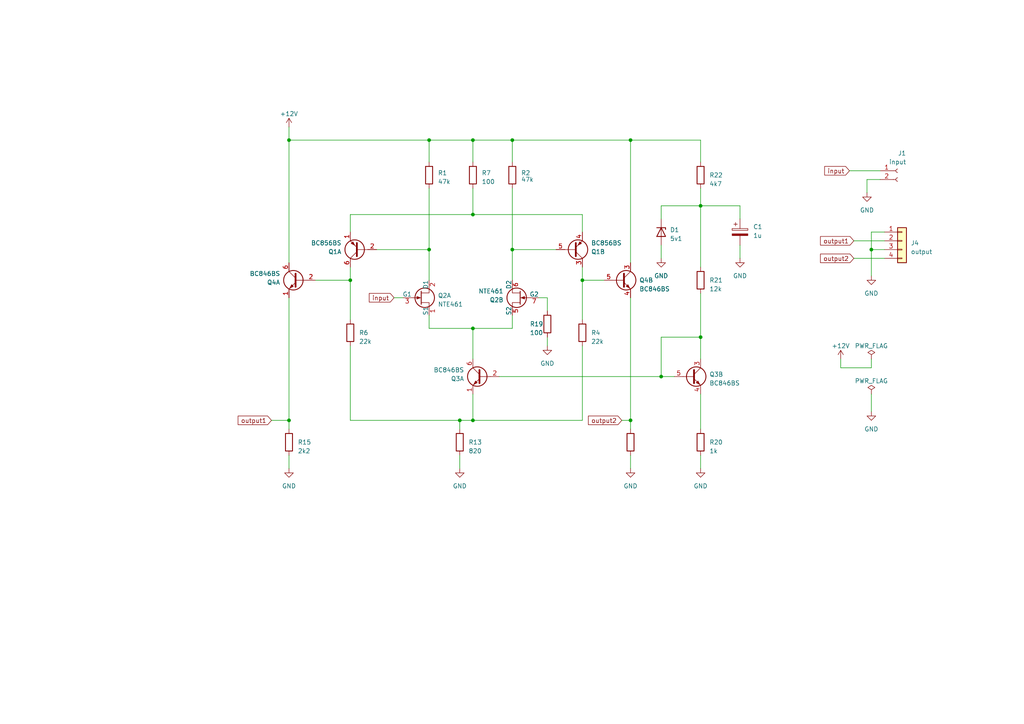
<source format=kicad_sch>
(kicad_sch (version 20230121) (generator eeschema)
  (paper "A4")
  (title_block (title "discreet geophone amplifier") (date "2023-09-10") (rev "1") (comment 1 "based on https://www.circuitlab.com/circuit/z28snu/geophone-amplifier/"))
  (lib_symbols
    (symbol "Connector:Conn_01x02_Socket" (pin_names (offset 1.016) hide)
      (property "Reference" "J" (at 0 2.54 0))
      (property "Value" "Conn_01x02_Socket" (at 0 -5.08 0))
      (symbol "Conn_01x02_Socket_1_1"
        (arc (start 0 -2.032) (mid -0.5058 -2.54) (end 0 -3.048) (stroke (width 0.1524)))
        (polyline (pts (xy -1.27 -2.54) (xy -0.508 -2.54)) (stroke (width 0.1524)))
        (polyline (pts (xy -1.27 0) (xy -0.508 0)) (stroke (width 0.1524)))
        (arc (start 0 0.508) (mid -0.5058 0) (end 0 -0.508) (stroke (width 0.1524)))
        (pin passive line (at -5.08 0 0) (length 3.81) (name "Pin_1") (number "1"))
        (pin passive line (at -5.08 -2.54 0) (length 3.81) (name "Pin_2") (number "2"))
      )
    )
    (symbol "Connector_Generic:Conn_01x04" (pin_names (offset 1.016) hide)
      (property "Reference" "J" (at 0 5.08 0))
      (property "Value" "Conn_01x04" (at 0 -7.62 0))
      (symbol "Conn_01x04_1_1"
        (rectangle (start -1.27 -4.953) (end 0 -5.207) (stroke (width 0.1524)))
        (rectangle (start -1.27 -2.413) (end 0 -2.667) (stroke (width 0.1524)))
        (rectangle (start -1.27 0.127) (end 0 -0.127) (stroke (width 0.1524)))
        (rectangle (start -1.27 2.667) (end 0 2.413) (stroke (width 0.1524)))
        (rectangle (start -1.27 3.81) (end 1.27 -6.35) (stroke (width 0.254)) (fill (type background)))
        (pin passive line (at -5.08 2.54 0) (length 3.81) (name "Pin_1") (number "1"))
        (pin passive line (at -5.08 0 0) (length 3.81) (name "Pin_2") (number "2"))
        (pin passive line (at -5.08 -2.54 0) (length 3.81) (name "Pin_3") (number "3"))
        (pin passive line (at -5.08 -5.08 0) (length 3.81) (name "Pin_4") (number "4"))
      )
    )
    (symbol "Device:C_Polarized" (pin_numbers hide) (pin_names (offset 0.254))
      (property "Reference" "C" (at 0.635 2.54 0))
      (property "Value" "C_Polarized" (at 0.635 -2.54 0))
      (symbol "C_Polarized_0_1"
        (rectangle (start -2.286 0.508) (end 2.286 1.016))
        (polyline (pts (xy -1.778 2.286) (xy -0.762 2.286)))
        (polyline (pts (xy -1.27 2.794) (xy -1.27 1.778)))
        (rectangle (start 2.286 -0.508) (end -2.286 -1.016) (fill (type outline)))
      )
      (symbol "C_Polarized_1_1"
        (pin passive line (at 0 3.81 270) (length 2.794) (name "~") (number "1"))
        (pin passive line (at 0 -3.81 90) (length 2.794) (name "~") (number "2"))
      )
    )
    (symbol "Device:D_Zener" (pin_numbers hide) (pin_names (offset 1.016) hide)
      (property "Reference" "D" (at 0 2.54 0))
      (property "Value" "D_Zener" (at 0 -2.54 0))
      (symbol "D_Zener_0_1"
        (polyline (pts (xy 1.27 0) (xy -1.27 0)))
        (polyline (pts (xy -1.27 -1.27) (xy -1.27 1.27) (xy -0.762 1.27)) (stroke (width 0.254)))
        (polyline (pts (xy 1.27 -1.27) (xy 1.27 1.27) (xy -1.27 0) (xy 1.27 -1.27)) (stroke (width 0.254)))
      )
      (symbol "D_Zener_1_1"
        (pin passive line (at -3.81 0 0) (length 2.54) (name "K") (number "1"))
        (pin passive line (at 3.81 0 180) (length 2.54) (name "A") (number "2"))
      )
    )
    (symbol "Device:R" (pin_numbers hide) (pin_names (offset 0))
      (property "Reference" "R" (at 2.032 0 90))
      (property "Value" "R" (at 0 0 90))
      (symbol "R_0_1"
        (rectangle (start -1.016 -2.54) (end 1.016 2.54) (stroke (width 0.254)))
      )
      (symbol "R_1_1"
        (pin passive line (at 0 3.81 270) (length 1.27) (name "~") (number "1"))
        (pin passive line (at 0 -3.81 90) (length 1.27) (name "~") (number "2"))
      )
    )
    (symbol "Transistor_BJT:BC846BS" (pin_names (offset 0) hide)
      (property "Reference" "Q" (at 5.08 1.27 0))
      (property "Value" "BC846BS" (at 5.08 -1.27 0))
      (symbol "BC846BS_0_1"
        (polyline (pts (xy 0.635 0) (xy -2.54 0)))
        (polyline (pts (xy 0.635 0.635) (xy 2.54 2.54)))
        (polyline (pts (xy 0.635 -0.635) (xy 2.54 -2.54) (xy 2.54 -2.54)))
        (polyline (pts (xy 0.635 1.905) (xy 0.635 -1.905) (xy 0.635 -1.905)) (stroke (width 0.508)))
        (polyline (pts (xy 1.27 -1.778) (xy 1.778 -1.27) (xy 2.286 -2.286) (xy 1.27 -1.778) (xy 1.27 -1.778)) (fill (type outline)))
        (circle (center 1.27 0) (radius 2.8194) (stroke (width 0.254)))
      )
      (symbol "BC846BS_1_1"
        (pin passive line (at 2.54 -5.08 90) (length 2.54) (name "E1") (number "1"))
        (pin input line (at -5.08 0 0) (length 2.54) (name "B1") (number "2"))
        (pin passive line (at 2.54 5.08 270) (length 2.54) (name "C1") (number "6"))
      )
      (symbol "BC846BS_2_1"
        (pin passive line (at 2.54 5.08 270) (length 2.54) (name "C2") (number "3"))
        (pin passive line (at 2.54 -5.08 90) (length 2.54) (name "E2") (number "4"))
        (pin input line (at -5.08 0 0) (length 2.54) (name "B2") (number "5"))
      )
    )
    (symbol "Transistor_BJT:BC856BS" (pin_names (offset 0) hide)
      (property "Reference" "Q" (at 5.08 1.27 0))
      (property "Value" "BC856BS" (at 5.08 -1.27 0))
      (symbol "BC856BS_0_1"
        (polyline (pts (xy 0.635 0) (xy -2.54 0)))
        (polyline (pts (xy 0.635 0.635) (xy 2.54 2.54)))
        (polyline (pts (xy 0.635 -0.635) (xy 2.54 -2.54) (xy 2.54 -2.54)))
        (polyline (pts (xy 0.635 1.905) (xy 0.635 -1.905) (xy 0.635 -1.905)) (stroke (width 0.508)))
        (polyline (pts (xy 2.286 -1.778) (xy 1.778 -2.286) (xy 1.27 -1.27) (xy 2.286 -1.778) (xy 2.286 -1.778)) (fill (type outline)))
        (circle (center 1.27 0) (radius 2.8194) (stroke (width 0.254)))
      )
      (symbol "BC856BS_1_1"
        (pin passive line (at 2.54 -5.08 90) (length 2.54) (name "E1") (number "1"))
        (pin input line (at -5.08 0 0) (length 2.54) (name "B1") (number "2"))
        (pin passive line (at 2.54 5.08 270) (length 2.54) (name "C1") (number "6"))
      )
      (symbol "BC856BS_2_1"
        (pin passive line (at 2.54 5.08 270) (length 2.54) (name "C2") (number "3"))
        (pin passive line (at 2.54 -5.08 90) (length 2.54) (name "E2") (number "4"))
        (pin input line (at -5.08 0 0) (length 2.54) (name "B2") (number "5"))
      )
    )
    (symbol "pff_discrete_semi:NTE461" (pin_names (offset 0))
      (property "Reference" "Q" (at 6.35 -3.81 0))
      (property "Value" "NTE461" (at 8.89 -1.27 0))
      (symbol "NTE461_0_1"
        (polyline (pts (xy -1.016 0) (xy -3.81 0)))
        (polyline (pts (xy -1.016 1.905) (xy -1.016 -1.905)) (stroke (width 0.254)))
        (polyline (pts (xy 1.27 -2.54) (xy 1.27 -1.397) (xy -1.016 -1.397)))
        (polyline (pts (xy 1.27 2.54) (xy 1.27 1.397) (xy -1.016 1.397)))
        (polyline (pts (xy -1.27 0) (xy -2.286 0.381) (xy -2.286 -0.381) (xy -1.27 0)) (fill (type outline)))
        (circle (center 0 0) (radius 2.8194) (stroke (width 0.254)))
      )
      (symbol "NTE461_1_1"
        (pin passive line (at 1.27 -5.08 90) (length 2.54) (name "S1") (number "1"))
        (pin passive line (at 1.27 5.08 270) (length 2.54) (name "D1") (number "2"))
        (pin input line (at -6.35 0 0) (length 2.54) (name "G1") (number "3"))
      )
      (symbol "NTE461_2_1"
        (pin passive line (at 1.27 -5.08 90) (length 2.54) (name "S2") (number "5"))
        (pin passive line (at 1.27 5.08 270) (length 2.54) (name "D2") (number "6"))
        (pin input line (at -6.35 0 0) (length 2.54) (name "G2") (number "7"))
      )
    )
    (symbol "power:+12V" (power) (pin_names (offset 0))
      (property "Value" "+12V" (at 0 3.556 0))
      (symbol "+12V_0_1"
        (polyline (pts (xy -0.762 1.27) (xy 0 2.54)))
        (polyline (pts (xy 0 0) (xy 0 2.54)))
        (polyline (pts (xy 0 2.54) (xy 0.762 1.27)))
      )
      (symbol "+12V_1_1"
        (pin power_in line (at 0 0 90) (length 0) hide (name "+12V") (number "1"))
      )
    )
    (symbol "power:GND" (power) (pin_names (offset 0))
      (property "Value" "GND" (at 0 -3.81 0))
      (symbol "GND_0_1"
        (polyline (pts (xy 0 0) (xy 0 -1.27) (xy 1.27 -1.27) (xy 0 -2.54) (xy -1.27 -1.27) (xy 0 -1.27)))
      )
      (symbol "GND_1_1"
        (pin power_in line (at 0 0 270) (length 0) hide (name "GND") (number "1"))
      )
    )
    (symbol "power:PWR_FLAG" (power) (pin_numbers hide) (pin_names (offset 0) hide)
      (property "Value" "PWR_FLAG" (at 0 3.81 0))
      (symbol "PWR_FLAG_0_0"
        (pin power_out line (at 0 0 90) (length 0) (name "pwr") (number "1"))
      )
      (symbol "PWR_FLAG_0_1"
        (polyline (pts (xy 0 0) (xy 0 1.27) (xy -1.016 1.905) (xy 0 2.54) (xy 1.016 1.905) (xy 0 1.27)))
      )
    )
  )
  (junction (at 182.88 121.92))
  (junction (at 83.82 121.92))
  (junction (at 168.91 81.28))
  (junction (at 124.46 72.39))
  (junction (at 252.73 72.39))
  (junction (at 101.6 81.28))
  (junction (at 133.35 121.92))
  (junction (at 203.2 97.79))
  (junction (at 137.16 121.92))
  (junction (at 83.82 40.64))
  (junction (at 148.59 72.39))
  (junction (at 137.16 40.64))
  (junction (at 203.2 59.69))
  (junction (at 182.88 40.64))
  (junction (at 191.77 109.22))
  (junction (at 148.59 40.64))
  (junction (at 124.46 40.64))
  (junction (at 137.16 95.25))
  (junction (at 137.16 62.23))
  (wire (pts (xy 83.82 132.08) (xy 83.82 135.89)))
  (wire (pts (xy 148.59 54.61) (xy 148.59 72.39)))
  (wire (pts (xy 101.6 121.92) (xy 133.35 121.92)))
  (wire (pts (xy 101.6 67.31) (xy 101.6 62.23)))
  (wire (pts (xy 101.6 77.47) (xy 101.6 81.28)))
  (wire (pts (xy 78.74 121.92) (xy 83.82 121.92)))
  (wire (pts (xy 109.22 72.39) (xy 124.46 72.39)))
  (wire (pts (xy 243.84 106.68) (xy 252.73 106.68)))
  (wire (pts (xy 214.63 71.12) (xy 214.63 74.93)))
  (wire (pts (xy 144.78 109.22) (xy 191.77 109.22)))
  (wire (pts (xy 168.91 81.28) (xy 168.91 92.71)))
  (wire (pts (xy 251.46 52.07) (xy 251.46 55.88)))
  (wire (pts (xy 203.2 59.69) (xy 214.63 59.69)))
  (wire (pts (xy 137.16 121.92) (xy 133.35 121.92)))
  (wire (pts (xy 137.16 114.3) (xy 137.16 121.92)))
  (wire (pts (xy 114.3 86.36) (xy 116.84 86.36)))
  (wire (pts (xy 137.16 95.25) (xy 137.16 104.14)))
  (wire (pts (xy 83.82 76.2) (xy 83.82 40.64)))
  (wire (pts (xy 182.88 132.08) (xy 182.88 135.89)))
  (wire (pts (xy 148.59 72.39) (xy 148.59 81.28)))
  (wire (pts (xy 252.73 72.39) (xy 252.73 80.01)))
  (wire (pts (xy 252.73 114.3) (xy 252.73 119.38)))
  (wire (pts (xy 191.77 109.22) (xy 191.77 97.79)))
  (wire (pts (xy 124.46 54.61) (xy 124.46 72.39)))
  (wire (pts (xy 101.6 100.33) (xy 101.6 121.92)))
  (wire (pts (xy 168.91 62.23) (xy 168.91 67.31)))
  (wire (pts (xy 101.6 62.23) (xy 137.16 62.23)))
  (wire (pts (xy 246.38 49.53) (xy 255.27 49.53)))
  (wire (pts (xy 180.34 121.92) (xy 182.88 121.92)))
  (wire (pts (xy 148.59 40.64) (xy 182.88 40.64)))
  (wire (pts (xy 168.91 81.28) (xy 175.26 81.28)))
  (wire (pts (xy 182.88 121.92) (xy 182.88 124.46)))
  (wire (pts (xy 101.6 81.28) (xy 101.6 92.71)))
  (wire (pts (xy 203.2 97.79) (xy 203.2 104.14)))
  (wire (pts (xy 252.73 67.31) (xy 252.73 72.39)))
  (wire (pts (xy 137.16 62.23) (xy 168.91 62.23)))
  (wire (pts (xy 203.2 114.3) (xy 203.2 124.46)))
  (wire (pts (xy 203.2 132.08) (xy 203.2 135.89)))
  (wire (pts (xy 203.2 40.64) (xy 203.2 46.99)))
  (wire (pts (xy 83.82 86.36) (xy 83.82 121.92)))
  (wire (pts (xy 91.44 81.28) (xy 101.6 81.28)))
  (wire (pts (xy 158.75 86.36) (xy 158.75 90.17)))
  (wire (pts (xy 247.65 69.85) (xy 256.54 69.85)))
  (wire (pts (xy 256.54 67.31) (xy 252.73 67.31)))
  (wire (pts (xy 255.27 52.07) (xy 251.46 52.07)))
  (wire (pts (xy 191.77 71.12) (xy 191.77 74.93)))
  (wire (pts (xy 148.59 95.25) (xy 148.59 91.44)))
  (wire (pts (xy 148.59 40.64) (xy 148.59 46.99)))
  (wire (pts (xy 168.91 77.47) (xy 168.91 81.28)))
  (wire (pts (xy 168.91 121.92) (xy 137.16 121.92)))
  (wire (pts (xy 247.65 74.93) (xy 256.54 74.93)))
  (wire (pts (xy 124.46 91.44) (xy 124.46 95.25)))
  (wire (pts (xy 156.21 86.36) (xy 158.75 86.36)))
  (wire (pts (xy 191.77 97.79) (xy 203.2 97.79)))
  (wire (pts (xy 203.2 59.69) (xy 203.2 77.47)))
  (wire (pts (xy 158.75 97.79) (xy 158.75 100.33)))
  (wire (pts (xy 191.77 59.69) (xy 191.77 63.5)))
  (wire (pts (xy 133.35 132.08) (xy 133.35 135.89)))
  (wire (pts (xy 182.88 40.64) (xy 182.88 76.2)))
  (wire (pts (xy 214.63 59.69) (xy 214.63 63.5)))
  (wire (pts (xy 83.82 121.92) (xy 83.82 124.46)))
  (wire (pts (xy 83.82 40.64) (xy 124.46 40.64)))
  (wire (pts (xy 124.46 46.99) (xy 124.46 40.64)))
  (wire (pts (xy 182.88 86.36) (xy 182.88 121.92)))
  (wire (pts (xy 124.46 72.39) (xy 124.46 81.28)))
  (wire (pts (xy 133.35 121.92) (xy 133.35 124.46)))
  (wire (pts (xy 148.59 72.39) (xy 161.29 72.39)))
  (wire (pts (xy 137.16 54.61) (xy 137.16 62.23)))
  (wire (pts (xy 203.2 59.69) (xy 191.77 59.69)))
  (wire (pts (xy 252.73 106.68) (xy 252.73 104.14)))
  (wire (pts (xy 124.46 40.64) (xy 137.16 40.64)))
  (wire (pts (xy 203.2 97.79) (xy 203.2 85.09)))
  (wire (pts (xy 203.2 54.61) (xy 203.2 59.69)))
  (wire (pts (xy 252.73 72.39) (xy 256.54 72.39)))
  (wire (pts (xy 168.91 100.33) (xy 168.91 121.92)))
  (wire (pts (xy 137.16 95.25) (xy 148.59 95.25)))
  (wire (pts (xy 243.84 104.14) (xy 243.84 106.68)))
  (wire (pts (xy 137.16 40.64) (xy 137.16 46.99)))
  (wire (pts (xy 191.77 109.22) (xy 195.58 109.22)))
  (wire (pts (xy 137.16 40.64) (xy 148.59 40.64)))
  (wire (pts (xy 83.82 36.83) (xy 83.82 40.64)))
  (wire (pts (xy 182.88 40.64) (xy 203.2 40.64)))
  (wire (pts (xy 124.46 95.25) (xy 137.16 95.25)))
  (global_label "output2" (shape input) (at 247.65 74.93 180) (property "Intersheetrefs" "${INTERSHEET_REFS}" (effects hide)))
  (global_label "output1" (shape input) (at 247.65 69.85 180) (property "Intersheetrefs" "${INTERSHEET_REFS}" (effects hide)))
  (global_label "input" (shape input) (at 246.38 49.53 180) (property "Intersheetrefs" "${INTERSHEET_REFS}" (effects hide)))
  (global_label "output1" (shape input) (at 78.74 121.92 180) (property "Intersheetrefs" "${INTERSHEET_REFS}" (effects hide)))
  (global_label "input" (shape input) (at 114.3 86.36 180) (property "Intersheetrefs" "${INTERSHEET_REFS}" (effects hide)))
  (global_label "output2" (shape input) (at 180.34 121.92 180) (property "Intersheetrefs" "${INTERSHEET_REFS}" (effects hide)))
  (symbol (lib_id "Device:R") (at 168.91 96.52 0) (unit 1)
    (property "Reference" "R4" (at 171.45 96.52 0) (effects (justify left)))
    (property "Value" "22k" (at 171.45 99.06 0) (effects (justify left)))
    (property "Footprint" "Resistor_SMD:R_0805_2012Metric_Pad1.20x1.40mm_HandSolder" (effects hide))
  )
  (symbol (lib_id "Transistor_BJT:BC846BS") (at 139.7 109.22 0) (mirror y) (unit 1)
    (property "Reference" "Q3" (at 134.62 109.855 0) (effects (justify left)))
    (property "Value" "BC846BS" (at 134.62 107.315 0) (effects (justify left)))
    (property "Footprint" "Package_TO_SOT_SMD:SOT-363_SC-70-6" (effects hide))
    (property "Datasheet" "https://assets.nexperia.com/documents/data-sheet/BC846BS.pdf" (effects hide))
  )
  (symbol (lib_id "Device:C_Polarized") (at 214.63 67.31 0) (unit 1)
    (property "Reference" "C1" (at 218.44 65.786 0) (effects (justify left)))
    (property "Value" "1u" (at 218.44 68.326 0) (effects (justify left)))
  )
  (symbol (lib_id "power:GND") (at 214.63 74.93 0) (unit 1)
    (property "Reference" "#PWR09" (effects hide))
    (property "Value" "GND" (at 214.63 80.01 0))
  )
  (symbol (lib_id "power:GND") (at 133.35 135.89 0) (unit 1)
    (property "Reference" "#PWR04" (effects hide))
    (property "Value" "GND" (at 133.35 140.97 0))
  )
  (symbol (lib_id "pff_discrete_semi:NTE461") (at 149.86 86.36 0) (mirror y) (unit 2)
    (property "Reference" "Q2" (at 146.05 86.995 0) (effects (justify left)))
    (property "Value" "NTE461" (at 146.05 84.455 0) (effects (justify left)))
    (property "Datasheet" "https://www.nteinc.com/specs/400to499/pdf/nte461.pdf" (effects hide))
  )
  (symbol (lib_id "power:GND") (at 191.77 74.93 0) (unit 1)
    (property "Reference" "#PWR08" (effects hide))
    (property "Value" "GND" (at 191.77 80.01 0))
  )
  (symbol (lib_id "Transistor_BJT:BC846BS") (at 86.36 81.28 0) (mirror y) (unit 1)
    (property "Reference" "Q4" (at 81.28 81.915 0) (effects (justify left)))
    (property "Value" "BC846BS" (at 81.28 79.375 0) (effects (justify left)))
    (property "Footprint" "Package_TO_SOT_SMD:SOT-363_SC-70-6" (effects hide))
    (property "Datasheet" "https://assets.nexperia.com/documents/data-sheet/BC846BS.pdf" (effects hide))
  )
  (symbol (lib_id "Device:R") (at 182.88 128.27 0) (unit 1)
    (property "Reference" "R18" (effects hide))
    (property "Value" "2k2" (effects hide))
    (property "Footprint" "Resistor_SMD:R_0805_2012Metric_Pad1.20x1.40mm_HandSolder" (effects hide))
  )
  (symbol (lib_id "Device:R") (at 158.75 93.98 0) (unit 1)
    (property "Reference" "R19" (at 153.67 93.98 0) (effects (justify left)))
    (property "Value" "100" (at 153.67 96.52 0) (effects (justify left)))
    (property "Footprint" "Resistor_SMD:R_0805_2012Metric_Pad1.20x1.40mm_HandSolder" (effects hide))
  )
  (symbol (lib_id "power:PWR_FLAG") (at 252.73 104.14 0) (unit 1)
    (property "Reference" "#FLG01" (effects hide))
    (property "Value" "PWR_FLAG" (at 252.73 100.33 0))
  )
  (symbol (lib_id "power:GND") (at 158.75 100.33 0) (unit 1)
    (property "Reference" "#PWR01" (effects hide))
    (property "Value" "GND" (at 158.75 105.41 0))
  )
  (symbol (lib_id "Transistor_BJT:BC856BS") (at 104.14 72.39 180) (unit 1)
    (property "Reference" "Q1" (at 99.06 73.025 0) (effects (justify left)))
    (property "Value" "BC856BS" (at 99.06 70.485 0) (effects (justify left)))
    (property "Footprint" "Package_TO_SOT_SMD:SOT-363_SC-70-6" (effects hide))
    (property "Datasheet" "https://assets.nexperia.com/documents/data-sheet/BC856BS.pdf" (effects hide))
  )
  (symbol (lib_id "Device:R") (at 83.82 128.27 0) (unit 1)
    (property "Reference" "R15" (at 86.36 128.27 0) (effects (justify left)))
    (property "Value" "2k2" (at 86.36 130.81 0) (effects (justify left)))
    (property "Footprint" "Resistor_SMD:R_0805_2012Metric_Pad1.20x1.40mm_HandSolder" (effects hide))
  )
  (symbol (lib_id "Device:R") (at 203.2 128.27 0) (unit 1)
    (property "Reference" "R20" (at 205.74 128.27 0) (effects (justify left)))
    (property "Value" "1k" (at 205.74 130.81 0) (effects (justify left)))
    (property "Footprint" "Resistor_SMD:R_0805_2012Metric_Pad1.20x1.40mm_HandSolder" (effects hide))
  )
  (symbol (lib_id "Transistor_BJT:BC846BS") (at 200.66 109.22 0) (unit 2)
    (property "Reference" "Q3" (at 205.74 108.585 0) (effects (justify left)))
    (property "Value" "BC846BS" (at 205.74 111.125 0) (effects (justify left)))
    (property "Footprint" "Package_TO_SOT_SMD:SOT-363_SC-70-6" (effects hide))
    (property "Datasheet" "https://assets.nexperia.com/documents/data-sheet/BC846BS.pdf" (effects hide))
  )
  (symbol (lib_id "Transistor_BJT:BC856BS") (at 166.37 72.39 0) (mirror x) (unit 2)
    (property "Reference" "Q1" (at 171.45 73.025 0) (effects (justify left)))
    (property "Value" "BC856BS" (at 171.45 70.485 0) (effects (justify left)))
    (property "Footprint" "Package_TO_SOT_SMD:SOT-363_SC-70-6" (effects hide))
    (property "Datasheet" "https://assets.nexperia.com/documents/data-sheet/BC856BS.pdf" (effects hide))
  )
  (symbol (lib_id "power:GND") (at 83.82 135.89 0) (unit 1)
    (property "Reference" "#PWR05" (effects hide))
    (property "Value" "GND" (at 83.82 140.97 0))
  )
  (symbol (lib_id "Device:R") (at 101.6 96.52 0) (unit 1)
    (property "Reference" "R6" (at 104.14 96.52 0) (effects (justify left)))
    (property "Value" "22k" (at 104.14 99.06 0) (effects (justify left)))
    (property "Footprint" "Resistor_SMD:R_0805_2012Metric_Pad1.20x1.40mm_HandSolder" (effects hide))
  )
  (symbol (lib_id "Device:D_Zener") (at 191.77 67.31 270) (unit 1)
    (property "Reference" "D1" (at 194.31 66.675 90) (effects (justify left)))
    (property "Value" "5v1" (at 194.31 69.215 90) (effects (justify left)))
  )
  (symbol (lib_id "Device:R") (at 203.2 50.8 0) (unit 1)
    (property "Reference" "R22" (at 205.74 50.8 0) (effects (justify left)))
    (property "Value" "4k7" (at 205.74 53.34 0) (effects (justify left)))
    (property "Footprint" "Resistor_SMD:R_0805_2012Metric_Pad1.20x1.40mm_HandSolder" (effects hide))
  )
  (symbol (lib_id "Connector_Generic:Conn_01x04") (at 261.62 69.85 0) (unit 1)
    (property "Reference" "J4" (at 264.16 70.485 0) (effects (justify left)))
    (property "Value" "output" (at 264.16 73.025 0) (effects (justify left)))
  )
  (symbol (lib_id "Device:R") (at 133.35 128.27 0) (unit 1)
    (property "Reference" "R13" (at 135.89 128.27 0) (effects (justify left)))
    (property "Value" "820" (at 135.89 130.81 0) (effects (justify left)))
    (property "Footprint" "Resistor_SMD:R_0805_2012Metric_Pad1.20x1.40mm_HandSolder" (effects hide))
  )
  (symbol (lib_id "Device:R") (at 124.46 50.8 0) (unit 1)
    (property "Reference" "R1" (at 127 50.165 0) (effects (justify left)))
    (property "Value" "47k" (at 127 52.705 0) (effects (justify left)))
    (property "Footprint" "Resistor_SMD:R_0805_2012Metric_Pad1.20x1.40mm_HandSolder" (effects hide))
  )
  (symbol (lib_id "power:+12V") (at 243.84 104.14 0) (unit 1)
    (property "Reference" "#PWR010" (effects hide))
    (property "Value" "+12V" (at 243.84 100.33 0))
  )
  (symbol (lib_id "Transistor_BJT:BC846BS") (at 180.34 81.28 0) (unit 2)
    (property "Reference" "Q4" (at 185.42 81.28 0) (effects (justify left)))
    (property "Value" "BC846BS" (at 185.42 83.82 0) (effects (justify left)))
    (property "Footprint" "Package_TO_SOT_SMD:SOT-363_SC-70-6" (effects hide))
    (property "Datasheet" "https://assets.nexperia.com/documents/data-sheet/BC846BS.pdf" (effects hide))
  )
  (symbol (lib_id "power:GND") (at 182.88 135.89 0) (unit 1)
    (property "Reference" "#PWR06" (effects hide))
    (property "Value" "GND" (at 182.88 140.97 0))
  )
  (symbol (lib_id "power:GND") (at 252.73 119.38 0) (unit 1)
    (property "Reference" "#PWR012" (effects hide))
    (property "Value" "GND" (at 252.73 124.46 0))
  )
  (symbol (lib_id "pff_discrete_semi:NTE461") (at 123.19 86.36 0) (unit 1)
    (property "Reference" "Q2" (at 127 85.725 0) (effects (justify left)))
    (property "Value" "NTE461" (at 127 88.265 0) (effects (justify left)))
    (property "Datasheet" "https://www.nteinc.com/specs/400to499/pdf/nte461.pdf" (effects hide))
  )
  (symbol (lib_id "power:+12V") (at 83.82 36.83 0) (unit 1)
    (property "Reference" "#PWR07" (effects hide))
    (property "Value" "+12V" (at 83.82 33.02 0))
  )
  (symbol (lib_id "power:GND") (at 251.46 55.88 0) (unit 1)
    (property "Reference" "#PWR02" (effects hide))
    (property "Value" "GND" (at 251.46 60.96 0))
  )
  (symbol (lib_id "Device:R") (at 203.2 81.28 0) (unit 1)
    (property "Reference" "R21" (at 205.74 81.28 0) (effects (justify left)))
    (property "Value" "12k" (at 205.74 83.82 0) (effects (justify left)))
    (property "Footprint" "Resistor_SMD:R_0805_2012Metric_Pad1.20x1.40mm_HandSolder" (effects hide))
  )
  (symbol (lib_id "power:GND") (at 252.73 80.01 0) (unit 1)
    (property "Reference" "#PWR011" (effects hide))
    (property "Value" "GND" (at 252.73 85.09 0))
  )
  (symbol (lib_id "power:GND") (at 203.2 135.89 0) (unit 1)
    (property "Reference" "#PWR03" (effects hide))
    (property "Value" "GND" (at 203.2 140.97 0))
  )
  (symbol (lib_id "Device:R") (at 148.59 50.8 0) (unit 1)
    (property "Reference" "R2" (at 151.13 50.165 0) (effects (justify left)))
    (property "Value" "47k" (at 151.13 52.07 0) (effects (justify left)))
    (property "Footprint" "Resistor_SMD:R_0805_2012Metric_Pad1.20x1.40mm_HandSolder" (effects hide))
  )
  (symbol (lib_id "Device:R") (at 137.16 50.8 0) (unit 1)
    (property "Reference" "R7" (at 139.7 50.165 0) (effects (justify left)))
    (property "Value" "100" (at 139.7 52.705 0) (effects (justify left)))
    (property "Footprint" "Resistor_SMD:R_0805_2012Metric_Pad1.20x1.40mm_HandSolder" (effects hide))
  )
  (symbol (lib_id "power:PWR_FLAG") (at 252.73 114.3 0) (unit 1)
    (property "Reference" "#FLG02" (effects hide))
    (property "Value" "PWR_FLAG" (at 252.73 110.49 0))
  )
  (symbol (lib_id "Connector:Conn_01x02_Socket") (at 260.35 49.53 0) (unit 1)
    (property "Reference" "J1" (at 261.62 44.45 0))
    (property "Value" "input" (at 260.35 46.99 0))
  )
)
</source>
